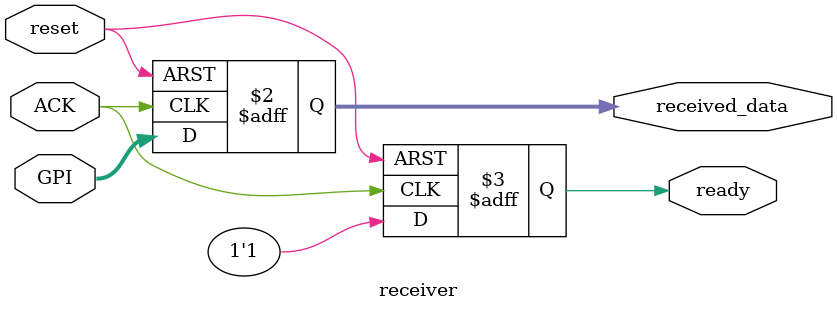
<source format=v>
`timescale 1ns / 1ps


module receiver(

    input               reset,
    
    input [22:0]        GPI,
    input               ACK,

    output reg [22:0]   received_data,
    output reg          ready
);


always@(negedge ACK or posedge reset) begin
  
    if(reset) begin
        ready   <= 1'b0;
        received_data <= 23'h0;
    end else begin
        received_data <= GPI;
        ready   <= 1'b1;
    end


end



endmodule

</source>
